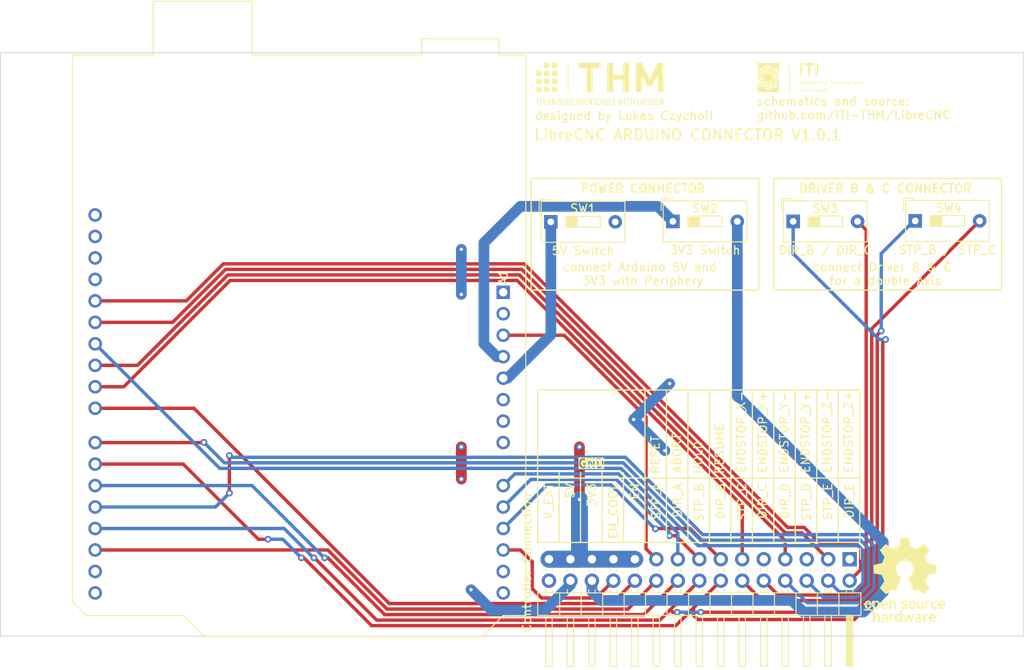
<source format=kicad_pcb>
(kicad_pcb (version 20221018) (generator pcbnew)
  (layers (0 "F.Cu" signal) (31 "B.Cu" signal) (34 "B.Paste" user) (35 "F.Paste" user) (36 "B.SilkS" user "B.Silkscreen") (37 "F.SilkS" user "F.Silkscreen") (38 "B.Mask" user) (39 "F.Mask" user) (44 "Edge.Cuts" user))
  (net 0 "")
  (net 3 "RST")
  (net 4 "3V3")
  (net 5 "5V")
  (net 7 "ABORT")
  (net 8 "HOLD")
  (net 9 "RESUME")
  (net 10 "EN_COOLANT")
  (net 15 "EN")
  (net 16 "ENDSTOP_X-")
  (net 17 "ENDSTOP_Y-")
  (net 18 "ENDSTOP_Z-")
  (net 22 "ENDSTOP_Z+")
  (net 23 "ENDSTOP_Y+")
  (net 24 "ENDSTOP_X+")
  (net 25 "GND")
  (net 26 "V_EXT")
  (net 27 "3V3_Controller")
  (net 28 "5V_Controller")
  (net 29 "DIR_E")
  (net 30 "STP_E")
  (net 31 "DIR_D")
  (net 32 "STP_D")
  (net 33 "DIR_C")
  (net 34 "STP_C")
  (net 35 "DIR_B")
  (net 36 "STP_B")
  (net 37 "DIR_A")
  (net 38 "STP_A")
  (footprint "MountingHole:MountingHole_3.2mm_M3" (layer "F.Cu") (at 148 61)
    (fp_text reference "H3" hide)
    (fp_text value "MountingHole" hide)
    (pad "" np_thru_hole circle locked (at 0 0) (size 3.2 3.2) (drill 3.2) (layers "*.Cu" "*.Mask"))
  )
  (footprint "Button_Switch_THT:SW_DIP_SPSTx01_Slide_9.78x4.72mm_W7.62mm_P2.54mm" (layer "F.Cu") (at 140.1655 75.888)
    (fp_text reference "SW4" (at 3.979 -1.524) (layer "F.SilkS"))
    (fp_text value "STP_B / STP_C" (at 3.81 3.42) (layer "F.SilkS"))
    (pad "1" thru_hole rect (at 0 0) (size 1.6 1.6) (drill 0.8) (layers "*.Cu" "*.Mask") (net 36 "STP_B"))
    (pad "2" thru_hole oval (at 7.62 0) (size 1.6 1.6) (drill 0.8) (layers "*.Cu" "*.Mask") (net 34 "STP_C"))
  )
  (footprint "MountingHole:MountingHole_3.2mm_M3" (layer "F.Cu") (at 148 120)
    (fp_text reference locked "H4" hide)
    (fp_text value "MountingHole" hide)
    (pad "" np_thru_hole circle locked (at 0 0) (size 3.2 3.2) (drill 3.2) (layers "*.Cu" "*.Mask"))
  )
  (footprint "MountingHole:MountingHole_3.2mm_M3" (layer "F.Cu") (at 37 120)
    (fp_text reference "H2" hide)
    (fp_text value "MountingHole" hide)
    (pad "" np_thru_hole circle locked (at 0 0) (size 3.2 3.2) (drill 3.2) (layers "*.Cu" "*.Mask"))
  )
  (footprint "Button_Switch_THT:SW_DIP_SPSTx01_Slide_9.78x4.72mm_W7.62mm_P2.54mm" (layer "F.Cu") (at 97.0705 76.004)
    (fp_text reference "SW1" (at 3.81 -1.582) (layer "F.SilkS"))
    (fp_text value "5V Switch" (at 3.81 3.42) (layer "F.SilkS"))
    (pad "1" thru_hole rect (at 0 0) (size 1.6 1.6) (drill 0.8) (layers "*.Cu" "*.Mask") (net 28 "5V_Controller"))
    (pad "2" thru_hole oval (at 7.62 0) (size 1.6 1.6) (drill 0.8) (layers "*.Cu" "*.Mask") (net 5 "5V"))
  )
  (footprint "Button_Switch_THT:SW_DIP_SPSTx01_Slide_9.78x4.72mm_W7.62mm_P2.54mm" (layer "F.Cu") (at 111.506 75.946)
    (fp_text reference "SW2" (at 3.81 -1.524) (layer "F.SilkS"))
    (fp_text value "3V3 Switch" (at 3.81 3.42) (layer "F.SilkS"))
    (pad "1" thru_hole rect (at 0 0) (size 1.6 1.6) (drill 0.8) (layers "*.Cu" "*.Mask") (net 27 "3V3_Controller"))
    (pad "2" thru_hole oval (at 7.62 0) (size 1.6 1.6) (drill 0.8) (layers "*.Cu" "*.Mask") (net 4 "3V3"))
  )
  (footprint "logos:ITI Logo" (layer "F.Cu") (at 127.718 58.94)
    (fp_text reference "G***" hide)
    (fp_text value "LOGO" hide)
  )
  (footprint "logos:THM Logo" (layer "F.Cu") (at 102.87 59.69)
    (fp_text reference "G***" hide)
    (fp_text value "LOGO" hide)
  )
  (footprint "Connector_PinHeader_2.54mm:PinHeader_2x15_P2.54mm_Horizontal" (layer "F.Cu") (at 132.41 115.9 -90)
    (fp_text reference "J1" (at 5.655 -2.27 90) (layer "F.SilkS"))
    (fp_text value "Controller Connection" (at 0.432 38.176 90) (layer "F.SilkS"))
    (pad "1" thru_hole rect locked (at 0 0 270) (size 1.7 1.7) (drill 1) (layers "*.Cu" "*.Mask") (net 22 "ENDSTOP_Z+"))
    (pad "2" thru_hole oval locked (at 2.54 0 270) (size 1.7 1.7) (drill 1) (layers "*.Cu" "*.Mask") (net 29 "DIR_E"))
    (pad "3" thru_hole oval locked (at 0 2.54 270) (size 1.7 1.7) (drill 1) (layers "*.Cu" "*.Mask") (net 18 "ENDSTOP_Z-"))
    (pad "4" thru_hole oval locked (at 2.54 2.54 270) (size 1.7 1.7) (drill 1) (layers "*.Cu" "*.Mask") (net 30 "STP_E"))
    (pad "5" thru_hole oval locked (at 0 5.08 270) (size 1.7 1.7) (drill 1) (layers "*.Cu" "*.Mask") (net 23 "ENDSTOP_Y+"))
    (pad "6" thru_hole oval locked (at 2.54 5.08 270) (size 1.7 1.7) (drill 1) (layers "*.Cu" "*.Mask") (net 31 "DIR_D"))
    (pad "7" thru_hole oval locked (at 0 7.62 270) (size 1.7 1.7) (drill 1) (layers "*.Cu" "*.Mask") (net 17 "ENDSTOP_Y-"))
    (pad "8" thru_hole oval locked (at 2.54 7.62 270) (size 1.7 1.7) (drill 1) (layers "*.Cu" "*.Mask") (net 32 "STP_D"))
    (pad "9" thru_hole oval locked (at 0 10.16 270) (size 1.7 1.7) (drill 1) (layers "*.Cu" "*.Mask") (net 24 "ENDSTOP_X+"))
    (pad "10" thru_hole oval locked (at 2.54 10.16 270) (size 1.7 1.7) (drill 1) (layers "*.Cu" "*.Mask") (net 33 "DIR_C"))
    (pad "11" thru_hole oval locked (at 0 12.7 270) (size 1.7 1.7) (drill 1) (layers "*.Cu" "*.Mask") (net 16 "ENDSTOP_X-"))
    (pad "12" thru_hole oval locked (at 2.54 12.7 270) (size 1.7 1.7) (drill 1) (layers "*.Cu" "*.Mask") (net 34 "STP_C"))
    (pad "13" thru_hole oval locked (at 0 15.24 270) (size 1.7 1.7) (drill 1) (layers "*.Cu" "*.Mask") (net 9 "RESUME"))
    (pad "14" thru_hole oval locked (at 2.54 15.24 270) (size 1.7 1.7) (drill 1) (layers "*.Cu" "*.Mask") (net 35 "DIR_B"))
    (pad "15" thru_hole oval locked (at 0 17.78 270) (size 1.7 1.7) (drill 1) (layers "*.Cu" "*.Mask") (net 8 "HOLD"))
    (pad "16" thru_hole oval locked (at 2.54 17.78 270) (size 1.7 1.7) (drill 1) (layers "*.Cu" "*.Mask") (net 36 "STP_B"))
    (pad "17" thru_hole oval locked (at 0 20.32 270) (size 1.7 1.7) (drill 1) (layers "*.Cu" "*.Mask") (net 7 "ABORT"))
    (pad "18" thru_hole oval locked (at 2.54 20.32 270) (size 1.7 1.7) (drill 1) (layers "*.Cu" "*.Mask") (net 37 "DIR_A"))
    (pad "19" thru_hole oval locked (at 0 22.86 270) (size 1.7 1.7) (drill 1) (layers "*.Cu" "*.Mask") (net 3 "RST"))
    (pad "20" thru_hole oval locked (at 2.54 22.86 270) (size 1.7 1.7) (drill 1) (layers "*.Cu" "*.Mask") (net 38 "STP_A"))
    (pad "21" thru_hole oval locked (at 0 25.4 270) (size 1.7 1.7) (drill 1) (layers "*.Cu" "*.Mask") (net 25 "GND"))
    (pad "22" thru_hole oval locked (at 2.54 25.4 270) (size 1.7 1.7) (drill 1) (layers "*.Cu" "*.Mask") (net 15 "EN"))
    (pad "23" thru_hole oval locked (at 0 27.94 270) (size 1.7 1.7) (drill 1) (layers "*.Cu" "*.Mask") (net 25 "GND"))
    (pad "24" thru_hole oval locked (at 2.54 27.94 270) (size 1.7 1.7) (drill 1) (layers "*.Cu" "*.Mask") (net 10 "EN_COOLANT"))
    (pad "25" thru_hole oval locked (at 0 30.48 270) (size 1.7 1.7) (drill 1) (layers "*.Cu" "*.Mask") (net 25 "GND"))
    (pad "26" thru_hole oval locked (at 2.54 30.48 270) (size 1.7 1.7) (drill 1) (layers "*.Cu" "*.Mask") (net 4 "3V3"))
    (pad "27" thru_hole oval locked (at 0 33.02 270) (size 1.7 1.7) (drill 1) (layers "*.Cu" "*.Mask") (net 25 "GND"))
    (pad "28" thru_hole oval locked (at 2.54 33.02 270) (size 1.7 1.7) (drill 1) (layers "*.Cu" "*.Mask") (net 5 "5V"))
    (pad "29" thru_hole oval locked (at 0 35.56 270) (size 1.7 1.7) (drill 1) (layers "*.Cu" "*.Mask") (net 25 "GND"))
    (pad "30" thru_hole oval locked (at 2.54 35.56 270) (size 1.7 1.7) (drill 1) (layers "*.Cu" "*.Mask") (net 26 "V_EXT"))
  )
  (footprint "Button_Switch_THT:SW_DIP_SPSTx01_Slide_9.78x4.72mm_W7.62mm_P2.54mm" (layer "F.Cu") (at 125.73 75.946)
    (fp_text reference "SW3" (at 3.81 -1.524) (layer "F.SilkS"))
    (fp_text value "DIR_B / DIR_C" (at 3.81 3.42) (layer "F.SilkS"))
    (pad "1" thru_hole rect (at 0 0) (size 1.6 1.6) (drill 0.8) (layers "*.Cu" "*.Mask") (net 35 "DIR_B"))
    (pad "2" thru_hole oval (at 7.62 0) (size 1.6 1.6) (drill 0.8) (layers "*.Cu" "*.Mask") (net 33 "DIR_C"))
  )
  (footprint "MountingHole:MountingHole_3.2mm_M3" (layer "F.Cu") (at 37 61)
    (fp_text reference "H1" hide)
    (fp_text value "MountingHole" hide)
    (pad "" np_thru_hole circle locked (at 0 0) (size 3.2 3.2) (drill 3.2) (layers "*.Cu" "*.Mask"))
  )
  (footprint "logos:OHS Logo" (layer "F.Cu") (at 138.938 118.364)
    (fp_text reference "G***" hide)
    (fp_text value "LOGO" hide)
  )
  (footprint "Module:Arduino_UNO_R3" (layer "F.Cu") (at 91.44 84.328 -90)
    (fp_text reference "A1" (at -1.778 0 90) (layer "F.SilkS"))
    (fp_text value "Arduino_UNO_R3")
    (pad "1" thru_hole rect (at 0 0) (size 1.6 1.6) (drill 1) (layers "*.Cu" "*.Mask"))
    (pad "2" thru_hole oval (at 2.54 0) (size 1.6 1.6) (drill 1) (layers "*.Cu" "*.Mask"))
    (pad "3" thru_hole oval (at 5.08 0) (size 1.6 1.6) (drill 1) (layers "*.Cu" "*.Mask") (net 3 "RST"))
    (pad "4" thru_hole oval (at 7.62 0) (size 1.6 1.6) (drill 1) (layers "*.Cu" "*.Mask") (net 27 "3V3_Controller"))
    (pad "5" thru_hole oval (at 10.16 0) (size 1.6 1.6) (drill 1) (layers "*.Cu" "*.Mask") (net 28 "5V_Controller"))
    (pad "6" thru_hole oval (at 12.7 0) (size 1.6 1.6) (drill 1) (layers "*.Cu" "*.Mask") (net 25 "GND"))
    (pad "7" thru_hole oval (at 15.24 0) (size 1.6 1.6) (drill 1) (layers "*.Cu" "*.Mask") (net 25 "GND"))
    (pad "8" thru_hole oval (at 17.78 0) (size 1.6 1.6) (drill 1) (layers "*.Cu" "*.Mask"))
    (pad "9" thru_hole oval (at 22.86 0) (size 1.6 1.6) (drill 1) (layers "*.Cu" "*.Mask") (net 7 "ABORT"))
    (pad "10" thru_hole oval (at 25.4 0) (size 1.6 1.6) (drill 1) (layers "*.Cu" "*.Mask") (net 8 "HOLD"))
    (pad "11" thru_hole oval (at 27.94 0) (size 1.6 1.6) (drill 1) (layers "*.Cu" "*.Mask") (net 9 "RESUME"))
    (pad "12" thru_hole oval (at 30.48 0) (size 1.6 1.6) (drill 1) (layers "*.Cu" "*.Mask") (net 10 "EN_COOLANT"))
    (pad "13" thru_hole oval (at 33.02 0) (size 1.6 1.6) (drill 1) (layers "*.Cu" "*.Mask"))
    (pad "14" thru_hole oval (at 35.56 0) (size 1.6 1.6) (drill 1) (layers "*.Cu" "*.Mask"))
    (pad "15" thru_hole oval (at 35.56 48.26) (size 1.6 1.6) (drill 1) (layers "*.Cu" "*.Mask"))
    (pad "16" thru_hole oval (at 33.02 48.26) (size 1.6 1.6) (drill 1) (layers "*.Cu" "*.Mask"))
    (pad "17" thru_hole oval (at 30.48 48.26) (size 1.6 1.6) (drill 1) (layers "*.Cu" "*.Mask") (net 38 "STP_A"))
    (pad "18" thru_hole oval (at 27.94 48.26) (size 1.6 1.6) (drill 1) (layers "*.Cu" "*.Mask") (net 36 "STP_B"))
    (pad "19" thru_hole oval (at 25.4 48.26) (size 1.6 1.6) (drill 1) (layers "*.Cu" "*.Mask") (net 32 "STP_D"))
    (pad "20" thru_hole oval (at 22.86 48.26) (size 1.6 1.6) (drill 1) (layers "*.Cu" "*.Mask") (net 37 "DIR_A"))
    (pad "21" thru_hole oval (at 20.32 48.26) (size 1.6 1.6) (drill 1) (layers "*.Cu" "*.Mask") (net 35 "DIR_B"))
    (pad "22" thru_hole oval (at 17.78 48.26) (size 1.6 1.6) (drill 1) (layers "*.Cu" "*.Mask") (net 31 "DIR_D"))
    (pad "23" thru_hole oval (at 13.72 48.26) (size 1.6 1.6) (drill 1) (layers "*.Cu" "*.Mask") (net 15 "EN"))
    (pad "24" thru_hole oval (at 11.18 48.26) (size 1.6 1.6) (drill 1) (layers "*.Cu" "*.Mask") (net 16 "ENDSTOP_X-"))
    (pad "25" thru_hole oval (at 8.64 48.26) (size 1.6 1.6) (drill 1) (layers "*.Cu" "*.Mask") (net 17 "ENDSTOP_Y-"))
    (pad "26" thru_hole oval (at 6.1 48.26) (size 1.6 1.6) (drill 1) (layers "*.Cu" "*.Mask") (net 30 "STP_E"))
    (pad "27" thru_hole oval (at 3.56 48.26) (size 1.6 1.6) (drill 1) (layers "*.Cu" "*.Mask") (net 18 "ENDSTOP_Z-"))
    (pad "28" thru_hole oval (at 1.02 48.26) (size 1.6 1.6) (drill 1) (layers "*.Cu" "*.Mask") (net 29 "DIR_E"))
    (pad "29" thru_hole oval (at -1.52 48.26) (size 1.6 1.6) (drill 1) (layers "*.Cu" "*.Mask") (net 25 "GND"))
    (pad "30" thru_hole oval (at -4.06 48.26) (size 1.6 1.6) (drill 1) (layers "*.Cu" "*.Mask"))
    (pad "31" thru_hole oval (at -6.6 48.26) (size 1.6 1.6) (drill 1) (layers "*.Cu" "*.Mask"))
    (pad "32" thru_hole oval (at -9.14 48.26) (size 1.6 1.6) (drill 1) (layers "*.Cu" "*.Mask"))
  )
  (gr_line (start 125.984 95.885) (end 125.984 113.919) (stroke (width 0.15)) (layer "F.SilkS"))
  (gr_line (start 95.504 95.885) (end 133.604 95.885) (stroke (width 0.15)) (layer "F.SilkS"))
  (gr_line (start 95.504 95.885) (end 95.504 113.919) (stroke (width 0.15)) (layer "F.SilkS"))
  (gr_line (start 123.444 95.885) (end 123.444 113.919) (stroke (width 0.15)) (layer "F.SilkS"))
  (gr_line (start 95.504 106.299) (end 133.604 106.299) (stroke (width 0.15)) (layer "F.SilkS"))
  (gr_line (start 128.524 95.885) (end 128.524 113.919) (stroke (width 0.15)) (layer "F.SilkS"))
  (gr_line (start 113.284 95.885) (end 113.284 113.919) (stroke (width 0.15)) (layer "F.SilkS"))
  (gr_line (start 98.044 105.664) (end 98.044 113.919) (stroke (width 0.15)) (layer "F.SilkS"))
  (gr_line (start 100.584 105.6513) (end 100.584 113.9063) (stroke (width 0.15)) (layer "F.SilkS"))
  (gr_line (start 133.604 95.885) (end 133.604 113.919) (stroke (width 0.15)) (layer "F.SilkS"))
  (gr_line (start 118.364 95.885) (end 118.364 113.919) (stroke (width 0.15)) (layer "F.SilkS"))
  (gr_line (start 115.824 95.885) (end 115.824 113.919) (stroke (width 0.15)) (layer "F.SilkS"))
  (gr_rect (start 94.742 70.866) (end 121.666 84.074) (stroke (width 0.15)) (fill none) (layer "F.SilkS"))
  (gr_line (start 133.604 113.919) (end 95.504 113.919) (stroke (width 0.15)) (layer "F.SilkS"))
  (gr_line (start 105.664 105.664) (end 105.664 113.919) (stroke (width 0.15)) (layer "F.SilkS"))
  (gr_line (start 110.744 95.885) (end 110.744 113.919) (stroke (width 0.15)) (layer "F.SilkS"))
  (gr_line (start 120.904 95.885) (end 120.904 113.919) (stroke (width 0.15)) (layer "F.SilkS"))
  (gr_line (start 131.064 95.885) (end 131.064 113.919) (stroke (width 0.15)) (layer "F.SilkS"))
  (gr_line (start 108.204 95.885) (end 108.204 113.919) (stroke (width 0.15)) (layer "F.SilkS"))
  (gr_rect (start 123.444 70.866) (end 150.368 84.074) (stroke (width 0.15)) (fill none) (layer "F.SilkS"))
  (gr_line (start 103.124 105.6767) (end 103.124 113.9317) (stroke (width 0.15)) (layer "F.SilkS"))
  (gr_rect locked (start 31.9746 56) (end 153 125) (stroke (width 0.1)) (fill none) (layer "Edge.Cuts"))
  (gr_text "3V3" (at 102.489 106.807 90) (layer "F.SilkS") (effects (font (size 1 1)) (justify right bottom)))
  (gr_text "V_EXT" (at 97.409 106.807 90) (layer "F.SilkS") (effects (font (size 1 1)) (justify right bottom)))
  (gr_text "DIR_E" (at 132.969 106.807 90) (layer "F.SilkS") (effects (font (size 1 1)) (justify right bottom)))
  (gr_text "ENDSTOP_Y+" (at 126.619 105.791 90) (layer "F.SilkS") (effects (font (size 1 1)) (justify left top)))
  (gr_text "LibreCNC ARDUINO CONNECTOR V1.0.1\n" (at 95.018 66.44) (layer "F.SilkS") (effects (font (size 1.25 1.25) (thickness 0.2)) (justify left bottom)))
  (gr_text "EN_COOL" (at 105.029 106.807 90) (layer "F.SilkS") (effects (font (size 1 1)) (justify right bottom)))
  (gr_text "STP_D" (at 127.889 106.807 90) (layer "F.SilkS") (effects (font (size 1 1)) (justify right bottom)))
  (gr_text "STP_C" (at 120.269 106.807 90) (layer "F.SilkS") (effects (font (size 1 1)) (justify right bottom)))
  (gr_text "DIR_D" (at 125.349 106.807 90) (layer "F.SilkS") (effects (font (size 1 1)) (justify right bottom)))
  (gr_text "DIR_B" (at 117.729 106.807 90) (layer "F.SilkS") (effects (font (size 1 1)) (justify right bottom)))
  (gr_text "DIR_A" (at 112.649 106.807 90) (layer "F.SilkS") (effects (font (size 1 1)) (justify right bottom)))
  (gr_text "connect Arduino 5V and \n3V3 with Periphery" (at 107.95 80.772) (layer "F.SilkS") (effects (font (size 1 1)) (justify top)))
  (gr_text "ENDSTOP_X+" (at 121.539 105.791 90) (layer "F.SilkS") (effects (font (size 1 1)) (justify left top)))
  (gr_text "RESET" (at 108.839 105.918 90) (layer "F.SilkS") (effects (font (size 1 1)) (justify left top)))
  (gr_text "STP_A" (at 110.109 106.807 90) (layer "F.SilkS") (effects (font (size 1 1)) (justify right bottom)))
  (gr_text "RESUME" (at 116.459 105.918 90) (layer "F.SilkS") (effects (font (size 1 1)) (justify left top)))
  (gr_text "ENDSTOP_X-" (at 118.999 105.791 90) (layer "F.SilkS") (effects (font (size 1 1)) (justify left top)))
  (gr_text "ENDSTOP_Z+" (at 131.699 105.791 90) (layer "F.SilkS") (effects (font (size 1 1)) (justify left top)))
  (gr_text "ABORT" (at 111.379 105.791 90) (layer "F.SilkS") (effects (font (size 1 1)) (justify left top)))
  (gr_text "5V" (at 99.949 106.807 90) (layer "F.SilkS") (effects (font (size 1 1)) (justify right bottom)))
  (gr_text "designed by Lukas Czycholl" (at 95.118 64.04) (layer "F.SilkS") (effects (font (size 1 1)) (justify left bottom)))
  (gr_text "DRIVER B & C CONNECTOR" (at 136.652 72.644) (layer "F.SilkS") (effects (font (size 1 1) (thickness 0.2) bold) (justify bottom)))
  (gr_text "POWER CONNECTOR" (at 107.95 72.644) (layer "F.SilkS") (effects (font (size 1 1) (thickness 0.2) bold) (justify bottom)))
  (gr_text "ENDSTOP_Y-" (at 124.079 105.791 90) (layer "F.SilkS") (effects (font (size 1 1)) (justify left top)))
  (gr_text "STP_B" (at 115.189 106.807 90) (layer "F.SilkS") (effects (font (size 1 1)) (justify right bottom)))
  (gr_text "HOLD" (at 113.919 105.918 90) (layer "F.SilkS") (effects (font (size 1 1)) (justify left top)))
  (gr_text "EN" (at 107.569 106.807 90) (layer "F.SilkS") (effects (font (size 1 1)) (justify right bottom)))
  (gr_text "STP_E" (at 130.429 106.807 90) (layer "F.SilkS") (effects (font (size 1 1)) (justify right bottom)))
  (gr_text "ENDSTOP_Z-" (at 129.159 105.791 90) (layer "F.SilkS") (effects (font (size 1 1)) (justify left top)))
  (gr_text "connect Driver B & C \nfor a double Axis" (at 136.652 80.772) (layer "F.SilkS") (effects (font (size 1 1)) (justify top)))
  (gr_text "DIR_C" (at 122.682 106.807 90) (layer "F.SilkS") (effects (font (size 1 1)) (justify right bottom)))
  (gr_text "GND\n" (at 103.4796 104.013) (layer "F.SilkS" knockout) (effects (font (size 1 1)) (justify right top)))
  (gr_text "schematics and source:\ngithub.com/ITI-THM/LibreCNC" (at 121.318 63.94) (layer "F.SilkS") (effects (font (size 1 1)) (justify left bottom)))
  (segment (start 108.331 99.095896) (end 98.643104 89.408) (width 0.4) (layer "F.Cu") (net 3))
  (segment (start 98.643104 89.408) (end 91.44 89.408) (width 0.4) (layer "F.Cu") (net 3))
  (segment (start 108.331 114.681) (end 108.331 99.095896) (width 0.4) (layer "F.Cu") (net 3))
  (segment (start 109.55 115.9) (end 108.331 114.681) (width 0.4) (layer "F.Cu") (net 3))
  (segment (start 101.93 119.71) (end 102.997 120.777) (width 1.27) (layer "B.Cu") (net 4))
  (segment (start 134.034078 122.141) (end 136.382 119.793079) (width 1.27) (layer "B.Cu") (net 4))
  (segment (start 126.950922 122.141) (end 134.034078 122.141) (width 1.27) (layer "B.Cu") (net 4))
  (segment (start 125.586922 120.777) (end 126.950922 122.141) (width 1.27) (layer "B.Cu") (net 4))
  (segment (start 101.93 118.44) (end 101.93 119.71) (width 1.27) (layer "B.Cu") (net 4))
  (segment (start 136.382 113.87413) (end 119.126 96.61813) (width 1.27) (layer "B.Cu") (net 4))
  (segment (start 119.126 96.61813) (end 119.126 75.946) (width 1.27) (layer "B.Cu") (net 4))
  (segment (start 136.382 119.793079) (end 136.382 113.87413) (width 1.27) (layer "B.Cu") (net 4))
  (segment (start 102.997 120.777) (end 125.586922 120.777) (width 1.27) (layer "B.Cu") (net 4))
  (via (at 87.63 119.507) (size 0.8) (drill 0.4) (layers "F.Cu" "B.Cu") (net 5))
  (via (at 86.487 79.248) (size 0.8) (drill 0.4) (layers "F.Cu" "B.Cu") (net 5))
  (via (at 86.487 84.582) (size 0.8) (drill 0.4) (layers "F.Cu" "B.Cu") (net 5))
  (via (at 110.5535 103.0605) (size 0.8) (drill 0.4) (layers "F.Cu" "B.Cu") (net 5))
  (via (at 106.8705 99.3775) (size 0.8) (drill 0.4) (layers "F.Cu" "B.Cu") (net 5))
  (via (at 111.125 95.123) (size 0.8) (drill 0.4) (layers "F.Cu" "B.Cu") (net 5))
  (segment (start 99.39 118.44) (end 99.39 118.923) (width 1.27) (layer "B.Cu") (net 5))
  (segment (start 106.8705 99.3775) (end 110.5535 103.0605) (width 1.27) (layer "B.Cu") (net 5))
  (segment (start 96.393 121.92) (end 90.043 121.92) (width 1.27) (layer "B.Cu") (net 5))
  (segment (start 98.552 119.761) (end 96.393 121.92) (width 1.27) (layer "B.Cu") (net 5))
  (segment (start 90.043 121.92) (end 87.63 119.507) (width 1.27) (layer "B.Cu") (net 5))
  (segment (start 99.39 118.923) (end 98.552 119.761) (width 1.27) (layer "B.Cu") (net 5))
  (segment (start 86.487 84.582) (end 86.487 79.248) (width 1.27) (layer "B.Cu") (net 5))
  (segment (start 106.8705 99.3775) (end 111.125 95.123) (width 1.27) (layer "B.Cu") (net 5))
  (segment (start 105.083896 105.81) (end 92.818 105.81) (width 0.4) (layer "B.Cu") (net 7))
  (segment (start 112.09 115.9) (end 112.09 112.816104) (width 0.4) (layer "B.Cu") (net 7))
  (segment (start 92.818 105.81) (end 91.44 107.188) (width 0.4) (layer "B.Cu") (net 7))
  (segment (start 112.09 112.816104) (end 105.083896 105.81) (width 0.4) (layer "B.Cu") (net 7))
  (segment (start 111.103182 113.1215) (end 111.8515 113.1215) (width 0.4) (layer "F.Cu") (net 8))
  (segment (start 111.8515 113.1215) (end 114.63 115.9) (width 0.4) (layer "F.Cu") (net 8))
  (via (at 111.103182 113.1215) (size 0.8) (drill 0.4) (layers "F.Cu" "B.Cu") (net 8))
  (segment (start 111.103182 113.1215) (end 111.103182 112.754182) (width 0.4) (layer "B.Cu") (net 8))
  (segment (start 104.813 106.464) (end 94.704 106.464) (width 0.4) (layer "B.Cu") (net 8))
  (segment (start 111.103182 112.754182) (end 104.813 106.464) (width 0.4) (layer "B.Cu") (net 8))
  (segment (start 94.704 106.464) (end 91.44 109.728) (width 0.4) (layer "B.Cu") (net 8))
  (segment (start 109.441984 112.300016) (end 109.474 112.268) (width 0.4) (layer "F.Cu") (net 9))
  (segment (start 109.474 112.268) (end 113.538 112.268) (width 0.4) (layer "F.Cu") (net 9))
  (segment (start 113.538 112.268) (end 117.17 115.9) (width 0.4) (layer "F.Cu") (net 9))
  (via (at 109.441984 112.300016) (size 0.8) (drill 0.4) (layers "F.Cu" "B.Cu") (net 9))
  (segment (start 96.59 107.118) (end 91.44 112.268) (width 0.4) (layer "B.Cu") (net 9))
  (segment (start 109.441984 112.300016) (end 109.379016 112.300016) (width 0.4) (layer "B.Cu") (net 9))
  (segment (start 104.197 107.118) (end 96.59 107.118) (width 0.4) (layer "B.Cu") (net 9))
  (segment (start 109.379016 112.300016) (end 104.197 107.118) (width 0.4) (layer "B.Cu") (net 9))
  (segment (start 104.47 118.44) (end 102.422 120.488) (width 0.4) (layer "F.Cu") (net 10))
  (segment (start 94.869 116.205) (end 93.472 114.808) (width 0.4) (layer "F.Cu") (net 10))
  (segment (start 93.472 114.808) (end 91.44 114.808) (width 0.4) (layer "F.Cu") (net 10))
  (segment (start 95.977 120.488) (end 94.869 119.38) (width 0.4) (layer "F.Cu") (net 10))
  (segment (start 102.422 120.488) (end 95.977 120.488) (width 0.4) (layer "F.Cu") (net 10))
  (segment (start 94.869 119.38) (end 94.869 116.205) (width 0.4) (layer "F.Cu") (net 10))
  (segment (start 77.962 121.142) (end 54.868 98.048) (width 0.4) (layer "F.Cu") (net 15))
  (segment (start 107.01 118.44) (end 104.308 121.142) (width 0.4) (layer "F.Cu") (net 15))
  (segment (start 104.308 121.142) (end 77.962 121.142) (width 0.4) (layer "F.Cu") (net 15))
  (segment (start 54.868 98.048) (end 43.18 98.048) (width 0.4) (layer "F.Cu") (net 15))
  (segment (start 119.71 109.55) (end 93.091 82.931) (width 0.4) (layer "F.Cu") (net 16))
  (segment (start 119.71 115.9) (end 119.71 109.55) (width 0.4) (layer "F.Cu") (net 16))
  (segment (start 59.145792 82.931) (end 46.568792 95.508) (width 0.4) (layer "F.Cu") (net 16))
  (segment (start 46.568792 95.508) (end 43.18 95.508) (width 0.4) (layer "F.Cu") (net 16))
  (segment (start 93.091 82.931) (end 59.145792 82.931) (width 0.4) (layer "F.Cu") (net 16))
  (segment (start 124.79 115.9) (end 124.79 113.705104) (width 0.4) (layer "F.Cu") (net 17))
  (segment (start 124.79 113.705104) (end 93.361896 82.277) (width 0.4) (layer "F.Cu") (net 17))
  (segment (start 93.361896 82.277) (end 58.874896 82.277) (width 0.4) (layer "F.Cu") (net 17))
  (segment (start 48.183896 92.968) (end 43.18 92.968) (width 0.4) (layer "F.Cu") (net 17))
  (segment (start 58.874896 82.277) (end 48.183896 92.968) (width 0.4) (layer "F.Cu") (net 17))
  (segment (start 124.804792 112.795) (end 93.632792 81.623) (width 0.4) (layer "F.Cu") (net 18))
  (segment (start 93.632792 81.623) (end 58.604 81.623) (width 0.4) (layer "F.Cu") (net 18))
  (segment (start 129.87 115.9) (end 126.765 112.795) (width 0.4) (layer "F.Cu") (net 18))
  (segment (start 126.765 112.795) (end 124.804792 112.795) (width 0.4) (layer "F.Cu") (net 18))
  (segment (start 58.604 81.623) (end 52.339 87.888) (width 0.4) (layer "F.Cu") (net 18))
  (segment (start 52.339 87.888) (end 43.18 87.888) (width 0.4) (layer "F.Cu") (net 18))
  (segment (start 86.487 106.426) (end 86.487 102.616) (width 1.27) (layer "F.Cu") (net 25))
  (segment (start 100.457 102.616) (end 100.457 108.839) (width 1.27) (layer "F.Cu") (net 25))
  (via (at 100.457 102.616) (size 0.8) (drill 0.4) (layers "F.Cu" "B.Cu") (net 25))
  (via (at 100.457 108.839) (size 0.8) (drill 0.4) (layers "F.Cu" "B.Cu") (net 25))
  (via (at 86.487 102.616) (size 0.8) (drill 0.4) (layers "F.Cu" "B.Cu") (net 25))
  (via (at 86.487 106.426) (size 0.8) (drill 0.4) (layers "F.Cu" "B.Cu") (net 25))
  (segment (start 96.85 115.9) (end 107.01 115.9) (width 2) (layer "B.Cu") (net 25))
  (segment (start 100.457 115.646) (end 100.203 115.9) (width 2) (layer "B.Cu") (net 25))
  (segment (start 100.203 115.9) (end 96.85 115.9) (width 2) (layer "B.Cu") (net 25))
  (segment (start 100.457 108.839) (end 100.457 115.646) (width 2) (layer "B.Cu") (net 25))
  (segment (start 90.678 91.948) (end 89.154 90.424) (width 1.27) (layer "B.Cu") (net 27))
  (segment (start 89.154 78.486) (end 93.472 74.168) (width 1.27) (layer "B.Cu") (net 27))
  (segment (start 91.44 91.948) (end 90.678 91.948) (width 1.27) (layer "B.Cu") (net 27))
  (segment (start 89.154 90.424) (end 89.154 78.486) (width 1.27) (layer "B.Cu") (net 27))
  (segment (start 109.728 74.168) (end 111.506 75.946) (width 1.27) (layer "B.Cu") (net 27))
  (segment (start 93.472 74.168) (end 109.728 74.168) (width 1.27) (layer "B.Cu") (net 27))
  (segment (start 91.44 94.488) (end 91.948 94.488) (width 1.27) (layer "B.Cu") (net 28))
  (segment (start 97.0705 89.3655) (end 97.0705 76.004) (width 1.27) (layer "B.Cu") (net 28))
  (segment (start 91.948 94.488) (end 97.0705 89.3655) (width 1.27) (layer "B.Cu") (net 28))
  (segment (start 93.903688 80.969) (end 58.333104 80.969) (width 0.4) (layer "F.Cu") (net 29))
  (segment (start 133.714 114.596) (end 133.291 114.173) (width 0.4) (layer "F.Cu") (net 29))
  (segment (start 43.414 85.582) (end 43.18 85.348) (width 0.4) (layer "F.Cu") (net 29))
  (segment (start 53.954104 85.348) (end 43.18 85.348) (width 0.4) (layer "F.Cu") (net 29))
  (segment (start 127.035896 112.141) (end 125.075688 112.141) (width 0.4) (layer "F.Cu") (net 29))
  (segment (start 129.067896 114.173) (end 127.035896 112.141) (width 0.4) (layer "F.Cu") (net 29))
  (segment (start 58.333104 80.969) (end 53.954104 85.348) (width 0.4) (layer "F.Cu") (net 29))
  (segment (start 125.075688 112.141) (end 93.903688 80.969) (width 0.4) (layer "F.Cu") (net 29))
  (segment (start 132.41 118.44) (end 133.714 117.136) (width 0.4) (layer "F.Cu") (net 29))
  (segment (start 133.291 114.173) (end 129.067896 114.173) (width 0.4) (layer "F.Cu") (net 29))
  (segment (start 133.714 117.136) (end 133.714 114.596) (width 0.4) (layer "F.Cu") (net 29))
  (segment (start 133.985 118.709135) (end 133.985 114.867) (width 0.4) (layer "B.Cu") (net 30))
  (segment (start 133.418 114.3) (end 114.498792 114.3) (width 0.4) (layer "B.Cu") (net 30))
  (segment (start 57.908 105.156) (end 43.18 90.428) (width 0.4) (layer "B.Cu") (net 30))
  (segment (start 129.87 118.44) (end 131.174 119.744) (width 0.4) (layer "B.Cu") (net 30))
  (segment (start 132.950135 119.744) (end 133.985 118.709135) (width 0.4) (layer "B.Cu") (net 30))
  (segment (start 131.174 119.744) (end 132.950135 119.744) (width 0.4) (layer "B.Cu") (net 30))
  (segment (start 114.498792 114.3) (end 105.354792 105.156) (width 0.4) (layer "B.Cu") (net 30))
  (segment (start 133.985 114.867) (end 133.418 114.3) (width 0.4) (layer "B.Cu") (net 30))
  (segment (start 105.354792 105.156) (end 57.908 105.156) (width 0.4) (layer "B.Cu") (net 30))
  (segment (start 56.037016 102.077984) (end 56.007 102.108) (width 0.4) (layer "F.Cu") (net 31))
  (segment (start 56.007 102.108) (end 43.18 102.108) (width 0.4) (layer "F.Cu") (net 31))
  (via (at 56.037016 102.077984) (size 0.8) (drill 0.4) (layers "F.Cu" "B.Cu") (net 31))
  (segment (start 105.625688 104.502) (end 58.461032 104.502) (width 0.4) (layer "B.Cu") (net 31))
  (segment (start 58.461032 104.502) (end 56.037016 102.077984) (width 0.4) (layer "B.Cu") (net 31))
  (segment (start 134.639 114.596104) (end 133.688896 113.646) (width 0.4) (layer "B.Cu") (net 31))
  (segment (start 132.214117 113.646) (end 132.867117 113.646) (width 0.4) (layer "B.Cu") (net 31))
  (segment (start 133.221031 120.398) (end 134.639 118.980031) (width 0.4) (layer "B.Cu") (net 31))
  (segment (start 134.639 118.980031) (end 134.639 114.596104) (width 0.4) (layer "B.Cu") (net 31))
  (segment (start 114.769688 113.646) (end 105.625688 104.502) (width 0.4) (layer "B.Cu") (net 31))
  (segment (start 129.288 120.398) (end 133.221031 120.398) (width 0.4) (layer "B.Cu") (net 31))
  (segment (start 132.214117 113.646) (end 114.769688 113.646) (width 0.4) (layer "B.Cu") (net 31))
  (segment (start 127.33 118.44) (end 129.288 120.398) (width 0.4) (layer "B.Cu") (net 31))
  (segment (start 133.688896 113.646) (end 132.867117 113.646) (width 0.4) (layer "B.Cu") (net 31))
  (segment (start 59.055 108.077) (end 59.055 103.632) (width 0.4) (layer "F.Cu") (net 32))
  (via (at 59.055 108.077) (size 0.8) (drill 0.4) (layers "F.Cu" "B.Cu") (net 32))
  (via (at 59.055 103.632) (size 0.8) (drill 0.4) (layers "F.Cu" "B.Cu") (net 32))
  (segment (start 115.040584 112.992) (end 105.896584 103.848) (width 0.4) (layer "B.Cu") (net 32))
  (segment (start 127.402 121.052) (end 133.583 121.052) (width 0.4) (layer "B.Cu") (net 32))
  (segment (start 133.959792 112.992) (end 115.040584 112.992) (width 0.4) (layer "B.Cu") (net 32))
  (segment (start 124.79 118.44) (end 127.402 121.052) (width 0.4) (layer "B.Cu") (net 32))
  (segment (start 105.896584 103.848) (end 59.271 103.848) (width 0.4) (layer "B.Cu") (net 32))
  (segment (start 135.293 114.325208) (end 133.959792 112.992) (width 0.4) (layer "B.Cu") (net 32))
  (segment (start 133.583 121.052) (end 135.293 119.342) (width 0.4) (layer "B.Cu") (net 32))
  (segment (start 59.055 108.077) (end 57.404 109.728) (width 0.4) (layer "B.Cu") (net 32))
  (segment (start 57.404 109.728) (end 43.18 109.728) (width 0.4) (layer "B.Cu") (net 32))
  (segment (start 59.271 103.848) (end 59.055 103.632) (width 0.4) (layer "B.Cu") (net 32))
  (segment (start 135.293 119.342) (end 135.293 114.325208) (width 0.4) (layer "B.Cu") (net 32))
  (segment (start 134.368 118.87) (end 134.368 76.964) (width 0.4) (layer "F.Cu") (net 33))
  (segment (start 134.368 76.964) (end 133.35 75.946) (width 0.4) (layer "F.Cu") (net 33))
  (segment (start 133.096 120.142) (end 134.368 118.87) (width 0.4) (layer "F.Cu") (net 33))
  (segment (start 122.25 118.44) (end 123.952 120.142) (width 0.4) (layer "F.Cu") (net 33))
  (segment (start 123.952 120.142) (end 133.096 120.142) (width 0.4) (layer "F.Cu") (net 33))
  (segment (start 135.022 119.140896) (end 135.022 88.6515) (width 0.4) (layer "F.Cu") (net 34))
  (segment (start 133.366896 120.796) (end 135.022 119.140896) (width 0.4) (layer "F.Cu") (net 34))
  (segment (start 135.022 88.6515) (end 147.7855 75.888) (width 0.4) (layer "F.Cu") (net 34))
  (segment (start 122.066 120.796) (end 133.366896 120.796) (width 0.4) (layer "F.Cu") (net 34))
  (segment (start 119.71 118.44) (end 122.066 120.796) (width 0.4) (layer "F.Cu") (net 34))
  (segment (start 136.33 90.238) (end 136.33 119.682688) (width 0.4) (layer "F.Cu") (net 35))
  (segment (start 112.344 123.266) (end 117.17 118.44) (width 0.4) (layer "F.Cu") (net 35))
  (segment (start 68.201984 116.082755) (end 68.702245 116.583016) (width 0.4) (layer "F.Cu") (net 35))
  (segment (start 114.454261 123.028) (end 113.954 122.527739) (width 0.4) (layer "F.Cu") (net 35))
  (segment (start 68.702245 116.583016) (end 68.704016 116.583016) (width 0.4) (layer "F.Cu") (net 35))
  (segment (start 53.594 104.648) (end 43.18 104.648) (width 0.4) (layer "F.Cu") (net 35))
  (segment (start 62.484 113.538) (end 53.594 104.648) (width 0.4) (layer "F.Cu") (net 35))
  (segment (start 75.879 123.758) (end 111.852 123.758) (width 0.4) (layer "F.Cu") (net 35))
  (segment (start 68.704016 116.583016) (end 75.879 123.758) (width 0.4) (layer "F.Cu") (net 35))
  (segment (start 111.852 123.758) (end 112.344 123.266) (width 0.4) (layer "F.Cu") (net 35))
  (segment (start 63.627 113.538) (end 62.484 113.538) (width 0.4) (layer "F.Cu") (net 35))
  (segment (start 136.33 119.682688) (end 132.984688 123.028) (width 0.4) (layer "F.Cu") (net 35))
  (segment (start 68.201984 116.080984) (end 68.201984 116.082755) (width 0.4) (layer "F.Cu") (net 35))
  (segment (start 132.984688 123.028) (end 114.454261 123.028) (width 0.4) (layer "F.Cu") (net 35))
  (segment (start 67.850016 115.729016) (end 68.201984 116.080984) (width 0.4) (layer "F.Cu") (net 35))
  (segment (start 113.954 121.656) (end 112.344 123.266) (width 0.4) (layer "F.Cu") (net 35))
  (segment (start 113.954 122.527739) (end 113.954 121.656) (width 0.4) (layer "F.Cu") (net 35))
  (segment (start 136.652 89.916) (end 136.33 90.238) (width 0.4) (layer "F.Cu") (net 35))
  (segment (start 67.564 115.729016) (end 67.850016 115.729016) (width 0.4) (layer "F.Cu") (net 35))
  (via (at 67.564 115.729016) (size 0.8) (drill 0.4) (layers "F.Cu" "B.Cu") (net 35))
  (via (at 136.652 89.916) (size 0.8) (drill 0.4) (layers "F.Cu" "B.Cu") (net 35))
  (via (at 63.627 113.538) (size 0.8) (drill 0.4) (layers "F.Cu" "B.Cu") (net 35))
  (segment (start 135.89 89.916) (end 125.73 79.756) (width 0.4) (layer "B.Cu") (net 35))
  (segment (start 136.652 89.916) (end 135.89 89.916) (width 0.4) (layer "B.Cu") (net 35))
  (segment (start 63.627 113.538) (end 65.372984 113.538) (width 0.4) (layer "B.Cu") (net 35))
  (segment (start 125.73 79.756) (end 125.73 75.946) (width 0.4) (layer "B.Cu") (net 35))
  (segment (start 65.372984 113.538) (end 67.564 115.729016) (width 0.4) (layer "B.Cu") (net 35))
  (segment (start 135.676 119.411792) (end 132.913792 122.174) (width 0.4) (layer "F.Cu") (net 36))
  (segment (start 109.966 123.104) (end 111.201 121.869) (width 0.4) (layer "F.Cu") (net 36))
  (segment (start 69.055984 115.729016) (end 69.104313 115.729016) (width 0.4) (layer "F.Cu") (net 36))
  (segment (start 69.104313 115.729016) (end 76.479297 123.104) (width 0.4) (layer "F.Cu") (net 36))
  (segment (start 111.506 122.174) (end 112.014 122.174) (width 0.4) (layer "F.Cu") (net 36))
  (segment (start 136.144 88.9) (end 135.676 89.368) (width 0.4) (layer "F.Cu") (net 36))
  (segment (start 132.913792 122.174) (end 114.808 122.174) (width 0.4) (layer "F.Cu") (net 36))
  (segment (start 111.201 121.869) (end 114.63 118.44) (width 0.4) (layer "F.Cu") (net 36))
  (segment (start 135.676 89.368) (end 135.676 119.411792) (width 0.4) (layer "F.Cu") (net 36))
  (segment (start 76.479297 123.104) (end 109.966 123.104) (width 0.4) (layer "F.Cu") (net 36))
  (segment (start 111.201 121.869) (end 111.506 122.174) (width 0.4) (layer "F.Cu") (net 36))
  (via (at 136.144 88.9) (size 0.8) (drill 0.4) (layers "F.Cu" "B.Cu") (net 36))
  (via (at 69.055984 115.729016) (size 0.8) (drill 0.4) (layers "F.Cu" "B.Cu") (net 36))
  (via (at 112.014 122.174) (size 0.8) (drill 0.4) (layers "F.Cu" "B.Cu") (net 36))
  (via (at 114.808 122.174) (size 0.8) (drill 0.4) (layers "F.Cu" "B.Cu") (net 36))
  (segment (start 136.144 79.756) (end 140.012 75.888) (width 0.4) (layer "B.Cu") (net 36))
  (segment (start 112.014 122.174) (end 114.808 122.174) (width 0.4) (layer "B.Cu") (net 36))
  (segment (start 65.532 112.268) (end 43.18 112.268) (width 0.4) (layer "B.Cu") (net 36))
  (segment (start 140.012 75.888) (end 140.1655 75.888) (width 0.4) (layer "B.Cu") (net 36))
  (segment (start 136.144 88.9) (end 136.144 79.756) (width 0.4) (layer "B.Cu") (net 36))
  (segment (start 69.055984 115.729016) (end 68.993016 115.729016) (width 0.4) (layer "B.Cu") (net 36))
  (segment (start 68.993016 115.729016) (end 65.532 112.268) (width 0.4) (layer "B.Cu") (net 36))
  (segment (start 70.706543 115.736335) (end 77.420208 122.45) (width 0.4) (layer "F.Cu") (net 37))
  (segment (start 70.318665 115.736335) (end 70.706543 115.736335) (width 0.4) (layer "F.Cu") (net 37))
  (segment (start 77.420208 122.45) (end 108.08 122.45) (width 0.4) (layer "F.Cu") (net 37))
  (segment (start 108.08 122.45) (end 112.09 118.44) (width 0.4) (layer "F.Cu") (net 37))
  (via (at 70.318665 115.736335) (size 0.8) (drill 0.4) (layers "F.Cu" "B.Cu") (net 37))
  (segment (start 70.270335 115.736335) (end 61.722 107.188) (width 0.4) (layer "B.Cu") (net 37))
  (segment (start 61.722 107.188) (end 43.18 107.188) (width 0.4) (layer "B.Cu") (net 37))
  (segment (start 70.318665 115.736335) (end 70.270335 115.736335) (width 0.4) (layer "B.Cu") (net 37))
  (segment (start 77.691104 121.796) (end 70.703104 114.808) (width 0.4) (layer "F.Cu") (net 38))
  (segment (start 70.703104 114.808) (end 43.18 114.808) (width 0.4) (layer "F.Cu") (net 38))
  (segment (start 109.55 118.44) (end 106.194 121.796) (width 0.4) (layer "F.Cu") (net 38))
  (segment (start 106.194 121.796) (end 77.691104 121.796) (width 0.4) (layer "F.Cu") (net 38))
)
</source>
